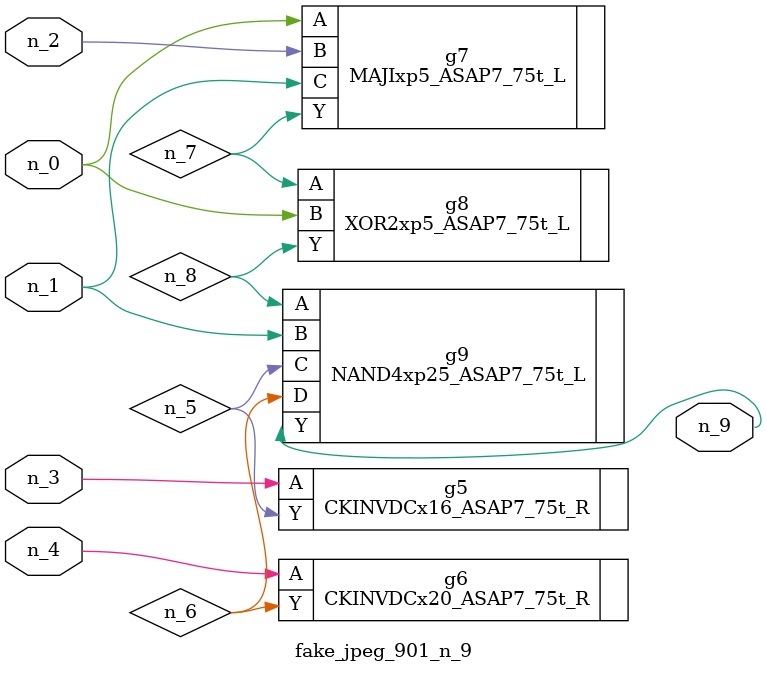
<source format=v>
module fake_jpeg_901_n_9 (n_3, n_2, n_1, n_0, n_4, n_9);

input n_3;
input n_2;
input n_1;
input n_0;
input n_4;

output n_9;

wire n_8;
wire n_6;
wire n_5;
wire n_7;

CKINVDCx16_ASAP7_75t_R g5 ( 
.A(n_3),
.Y(n_5)
);

CKINVDCx20_ASAP7_75t_R g6 ( 
.A(n_4),
.Y(n_6)
);

MAJIxp5_ASAP7_75t_L g7 ( 
.A(n_0),
.B(n_2),
.C(n_1),
.Y(n_7)
);

XOR2xp5_ASAP7_75t_L g8 ( 
.A(n_7),
.B(n_0),
.Y(n_8)
);

NAND4xp25_ASAP7_75t_L g9 ( 
.A(n_8),
.B(n_1),
.C(n_5),
.D(n_6),
.Y(n_9)
);


endmodule
</source>
